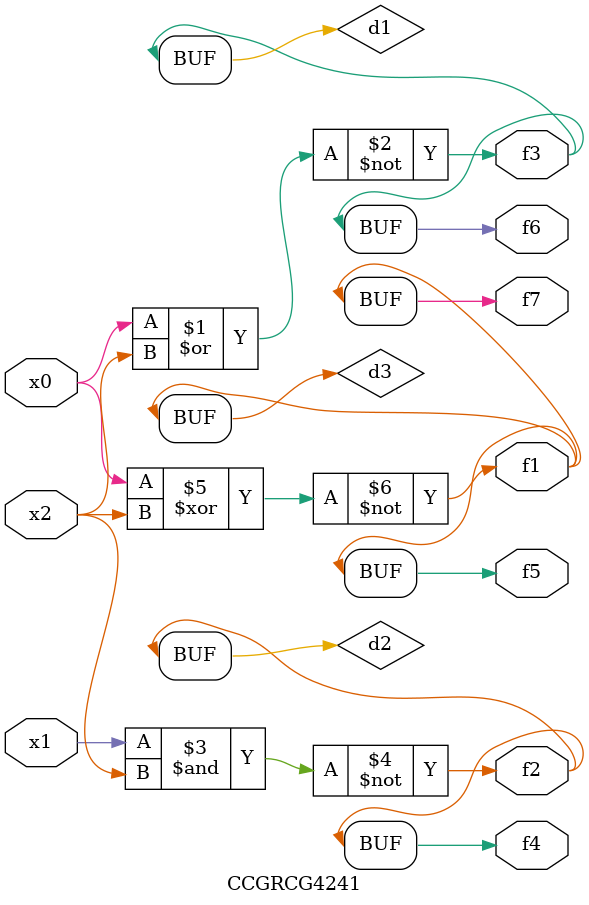
<source format=v>
module CCGRCG4241(
	input x0, x1, x2,
	output f1, f2, f3, f4, f5, f6, f7
);

	wire d1, d2, d3;

	nor (d1, x0, x2);
	nand (d2, x1, x2);
	xnor (d3, x0, x2);
	assign f1 = d3;
	assign f2 = d2;
	assign f3 = d1;
	assign f4 = d2;
	assign f5 = d3;
	assign f6 = d1;
	assign f7 = d3;
endmodule

</source>
